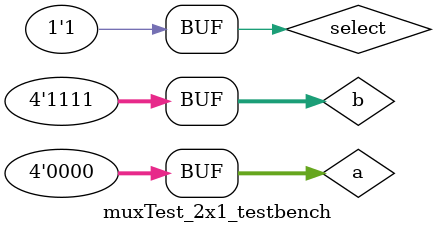
<source format=v>
module muxTest_2x1_testbench();
	reg [3:0]a;
	reg [3:0]b;
	reg select;
	wire [3:0]result;
	wire carry_out;

_4bit_2x1MUX muxTest(result,a, b, select);

initial begin
a = 4'b0000; b = 4'b1111; select = 1'b0;
#10;
a = 4'b0000; b = 4'b1111; select = 1'b1;
#10;
end
 
 
initial
begin
$monitor("time = %2d, select=%b a =%4b, b=%4b, result=%4b", $time, select, a, b, result);
end
 
endmodule
</source>
